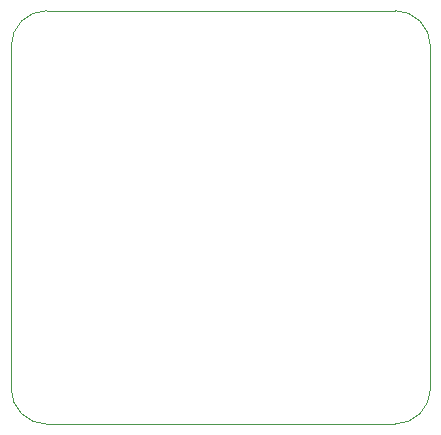
<source format=gm1>
G04 #@! TF.GenerationSoftware,KiCad,Pcbnew,(6.0.7)*
G04 #@! TF.CreationDate,2022-10-27T11:54:23+02:00*
G04 #@! TF.ProjectId,sensorNode,73656e73-6f72-44e6-9f64-652e6b696361,rev?*
G04 #@! TF.SameCoordinates,Original*
G04 #@! TF.FileFunction,Profile,NP*
%FSLAX46Y46*%
G04 Gerber Fmt 4.6, Leading zero omitted, Abs format (unit mm)*
G04 Created by KiCad (PCBNEW (6.0.7)) date 2022-10-27 11:54:23*
%MOMM*%
%LPD*%
G01*
G04 APERTURE LIST*
G04 #@! TA.AperFunction,Profile*
%ADD10C,0.100000*%
G04 #@! TD*
G04 APERTURE END LIST*
D10*
X242500000Y-125000000D02*
G75*
G03*
X245500000Y-122000000I0J3000000D01*
G01*
X210000000Y-122000000D02*
G75*
G03*
X213000000Y-125000000I3000000J0D01*
G01*
X242500000Y-90000000D02*
X213000000Y-90000000D01*
X210000000Y-93000000D02*
X210000000Y-122000000D01*
X213000000Y-125000000D02*
X242500000Y-125000000D01*
X245500000Y-93000000D02*
G75*
G03*
X242500000Y-90000000I-3000000J0D01*
G01*
X245500000Y-122000000D02*
X245500000Y-93000000D01*
X213000000Y-90000000D02*
G75*
G03*
X210000000Y-93000000I0J-3000000D01*
G01*
M02*

</source>
